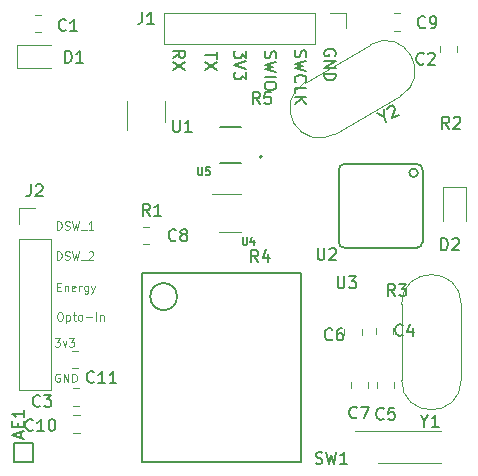
<source format=gto>
G04 #@! TF.GenerationSoftware,KiCad,Pcbnew,5.1.7-a382d34a8~88~ubuntu18.04.1*
G04 #@! TF.CreationDate,2021-12-09T23:06:50+05:30*
G04 #@! TF.ProjectId,FrontEnd_switch_Normal_v2,46726f6e-7445-46e6-945f-737769746368,rev?*
G04 #@! TF.SameCoordinates,Original*
G04 #@! TF.FileFunction,Legend,Top*
G04 #@! TF.FilePolarity,Positive*
%FSLAX46Y46*%
G04 Gerber Fmt 4.6, Leading zero omitted, Abs format (unit mm)*
G04 Created by KiCad (PCBNEW 5.1.7-a382d34a8~88~ubuntu18.04.1) date 2021-12-09 23:06:50*
%MOMM*%
%LPD*%
G01*
G04 APERTURE LIST*
%ADD10C,0.100000*%
%ADD11C,0.150000*%
%ADD12C,0.127000*%
%ADD13C,0.200000*%
%ADD14C,0.120000*%
G04 APERTURE END LIST*
D10*
X99903066Y-108074666D02*
X100336400Y-108074666D01*
X100103066Y-108341333D01*
X100203066Y-108341333D01*
X100269733Y-108374666D01*
X100303066Y-108408000D01*
X100336400Y-108474666D01*
X100336400Y-108641333D01*
X100303066Y-108708000D01*
X100269733Y-108741333D01*
X100203066Y-108774666D01*
X100003066Y-108774666D01*
X99936400Y-108741333D01*
X99903066Y-108708000D01*
X100569733Y-108308000D02*
X100736400Y-108774666D01*
X100903066Y-108308000D01*
X101103066Y-108074666D02*
X101536400Y-108074666D01*
X101303066Y-108341333D01*
X101403066Y-108341333D01*
X101469733Y-108374666D01*
X101503066Y-108408000D01*
X101536400Y-108474666D01*
X101536400Y-108641333D01*
X101503066Y-108708000D01*
X101469733Y-108741333D01*
X101403066Y-108774666D01*
X101203066Y-108774666D01*
X101136400Y-108741333D01*
X101103066Y-108708000D01*
X100101113Y-98853426D02*
X100101113Y-98153426D01*
X100267780Y-98153426D01*
X100367780Y-98186760D01*
X100434446Y-98253426D01*
X100467780Y-98320093D01*
X100501113Y-98453426D01*
X100501113Y-98553426D01*
X100467780Y-98686760D01*
X100434446Y-98753426D01*
X100367780Y-98820093D01*
X100267780Y-98853426D01*
X100101113Y-98853426D01*
X100767780Y-98820093D02*
X100867780Y-98853426D01*
X101034446Y-98853426D01*
X101101113Y-98820093D01*
X101134446Y-98786760D01*
X101167780Y-98720093D01*
X101167780Y-98653426D01*
X101134446Y-98586760D01*
X101101113Y-98553426D01*
X101034446Y-98520093D01*
X100901113Y-98486760D01*
X100834446Y-98453426D01*
X100801113Y-98420093D01*
X100767780Y-98353426D01*
X100767780Y-98286760D01*
X100801113Y-98220093D01*
X100834446Y-98186760D01*
X100901113Y-98153426D01*
X101067780Y-98153426D01*
X101167780Y-98186760D01*
X101401113Y-98153426D02*
X101567780Y-98853426D01*
X101701113Y-98353426D01*
X101834446Y-98853426D01*
X102001113Y-98153426D01*
X102101113Y-98920093D02*
X102634446Y-98920093D01*
X103167780Y-98853426D02*
X102767780Y-98853426D01*
X102967780Y-98853426D02*
X102967780Y-98153426D01*
X102901113Y-98253426D01*
X102834446Y-98320093D01*
X102767780Y-98353426D01*
X100319906Y-111082340D02*
X100253240Y-111049006D01*
X100153240Y-111049006D01*
X100053240Y-111082340D01*
X99986573Y-111149006D01*
X99953240Y-111215673D01*
X99919906Y-111349006D01*
X99919906Y-111449006D01*
X99953240Y-111582340D01*
X99986573Y-111649006D01*
X100053240Y-111715673D01*
X100153240Y-111749006D01*
X100219906Y-111749006D01*
X100319906Y-111715673D01*
X100353240Y-111682340D01*
X100353240Y-111449006D01*
X100219906Y-111449006D01*
X100653240Y-111749006D02*
X100653240Y-111049006D01*
X101053240Y-111749006D01*
X101053240Y-111049006D01*
X101386573Y-111749006D02*
X101386573Y-111049006D01*
X101553240Y-111049006D01*
X101653240Y-111082340D01*
X101719906Y-111149006D01*
X101753240Y-111215673D01*
X101786573Y-111349006D01*
X101786573Y-111449006D01*
X101753240Y-111582340D01*
X101719906Y-111649006D01*
X101653240Y-111715673D01*
X101553240Y-111749006D01*
X101386573Y-111749006D01*
X100283713Y-105864866D02*
X100417046Y-105864866D01*
X100483713Y-105898200D01*
X100550380Y-105964866D01*
X100583713Y-106098200D01*
X100583713Y-106331533D01*
X100550380Y-106464866D01*
X100483713Y-106531533D01*
X100417046Y-106564866D01*
X100283713Y-106564866D01*
X100217046Y-106531533D01*
X100150380Y-106464866D01*
X100117046Y-106331533D01*
X100117046Y-106098200D01*
X100150380Y-105964866D01*
X100217046Y-105898200D01*
X100283713Y-105864866D01*
X100883713Y-106098200D02*
X100883713Y-106798200D01*
X100883713Y-106131533D02*
X100950380Y-106098200D01*
X101083713Y-106098200D01*
X101150380Y-106131533D01*
X101183713Y-106164866D01*
X101217046Y-106231533D01*
X101217046Y-106431533D01*
X101183713Y-106498200D01*
X101150380Y-106531533D01*
X101083713Y-106564866D01*
X100950380Y-106564866D01*
X100883713Y-106531533D01*
X101417046Y-106098200D02*
X101683713Y-106098200D01*
X101517046Y-105864866D02*
X101517046Y-106464866D01*
X101550380Y-106531533D01*
X101617046Y-106564866D01*
X101683713Y-106564866D01*
X102017046Y-106564866D02*
X101950380Y-106531533D01*
X101917046Y-106498200D01*
X101883713Y-106431533D01*
X101883713Y-106231533D01*
X101917046Y-106164866D01*
X101950380Y-106131533D01*
X102017046Y-106098200D01*
X102117046Y-106098200D01*
X102183713Y-106131533D01*
X102217046Y-106164866D01*
X102250380Y-106231533D01*
X102250380Y-106431533D01*
X102217046Y-106498200D01*
X102183713Y-106531533D01*
X102117046Y-106564866D01*
X102017046Y-106564866D01*
X102550380Y-106298200D02*
X103083713Y-106298200D01*
X103417046Y-106564866D02*
X103417046Y-105864866D01*
X103750380Y-106098200D02*
X103750380Y-106564866D01*
X103750380Y-106164866D02*
X103783713Y-106131533D01*
X103850380Y-106098200D01*
X103950380Y-106098200D01*
X104017046Y-106131533D01*
X104050380Y-106198200D01*
X104050380Y-106564866D01*
X100132393Y-103693760D02*
X100365726Y-103693760D01*
X100465726Y-104060426D02*
X100132393Y-104060426D01*
X100132393Y-103360426D01*
X100465726Y-103360426D01*
X100765726Y-103593760D02*
X100765726Y-104060426D01*
X100765726Y-103660426D02*
X100799060Y-103627093D01*
X100865726Y-103593760D01*
X100965726Y-103593760D01*
X101032393Y-103627093D01*
X101065726Y-103693760D01*
X101065726Y-104060426D01*
X101665726Y-104027093D02*
X101599060Y-104060426D01*
X101465726Y-104060426D01*
X101399060Y-104027093D01*
X101365726Y-103960426D01*
X101365726Y-103693760D01*
X101399060Y-103627093D01*
X101465726Y-103593760D01*
X101599060Y-103593760D01*
X101665726Y-103627093D01*
X101699060Y-103693760D01*
X101699060Y-103760426D01*
X101365726Y-103827093D01*
X101999060Y-104060426D02*
X101999060Y-103593760D01*
X101999060Y-103727093D02*
X102032393Y-103660426D01*
X102065726Y-103627093D01*
X102132393Y-103593760D01*
X102199060Y-103593760D01*
X102732393Y-103593760D02*
X102732393Y-104160426D01*
X102699060Y-104227093D01*
X102665726Y-104260426D01*
X102599060Y-104293760D01*
X102499060Y-104293760D01*
X102432393Y-104260426D01*
X102732393Y-104027093D02*
X102665726Y-104060426D01*
X102532393Y-104060426D01*
X102465726Y-104027093D01*
X102432393Y-103993760D01*
X102399060Y-103927093D01*
X102399060Y-103727093D01*
X102432393Y-103660426D01*
X102465726Y-103627093D01*
X102532393Y-103593760D01*
X102665726Y-103593760D01*
X102732393Y-103627093D01*
X102999060Y-103593760D02*
X103165726Y-104060426D01*
X103332393Y-103593760D02*
X103165726Y-104060426D01*
X103099060Y-104227093D01*
X103065726Y-104260426D01*
X102999060Y-104293760D01*
X100101113Y-101403586D02*
X100101113Y-100703586D01*
X100267780Y-100703586D01*
X100367780Y-100736920D01*
X100434446Y-100803586D01*
X100467780Y-100870253D01*
X100501113Y-101003586D01*
X100501113Y-101103586D01*
X100467780Y-101236920D01*
X100434446Y-101303586D01*
X100367780Y-101370253D01*
X100267780Y-101403586D01*
X100101113Y-101403586D01*
X100767780Y-101370253D02*
X100867780Y-101403586D01*
X101034446Y-101403586D01*
X101101113Y-101370253D01*
X101134446Y-101336920D01*
X101167780Y-101270253D01*
X101167780Y-101203586D01*
X101134446Y-101136920D01*
X101101113Y-101103586D01*
X101034446Y-101070253D01*
X100901113Y-101036920D01*
X100834446Y-101003586D01*
X100801113Y-100970253D01*
X100767780Y-100903586D01*
X100767780Y-100836920D01*
X100801113Y-100770253D01*
X100834446Y-100736920D01*
X100901113Y-100703586D01*
X101067780Y-100703586D01*
X101167780Y-100736920D01*
X101401113Y-100703586D02*
X101567780Y-101403586D01*
X101701113Y-100903586D01*
X101834446Y-101403586D01*
X102001113Y-100703586D01*
X102101113Y-101470253D02*
X102634446Y-101470253D01*
X102767780Y-100770253D02*
X102801113Y-100736920D01*
X102867780Y-100703586D01*
X103034446Y-100703586D01*
X103101113Y-100736920D01*
X103134446Y-100770253D01*
X103167780Y-100836920D01*
X103167780Y-100903586D01*
X103134446Y-101003586D01*
X102734446Y-101403586D01*
X103167780Y-101403586D01*
D11*
X109918239Y-84311193D02*
X110394429Y-83977860D01*
X109918239Y-83739764D02*
X110918239Y-83739764D01*
X110918239Y-84120717D01*
X110870620Y-84215955D01*
X110823000Y-84263574D01*
X110727762Y-84311193D01*
X110584905Y-84311193D01*
X110489667Y-84263574D01*
X110442048Y-84215955D01*
X110394429Y-84120717D01*
X110394429Y-83739764D01*
X110918239Y-84644526D02*
X109918239Y-85311193D01*
X110918239Y-85311193D02*
X109918239Y-84644526D01*
X113641119Y-83832795D02*
X113641119Y-84404223D01*
X112641119Y-84118509D02*
X113641119Y-84118509D01*
X113641119Y-84642319D02*
X112641119Y-85308985D01*
X113641119Y-85308985D02*
X112641119Y-84642319D01*
X116112539Y-83719824D02*
X116112539Y-84338872D01*
X115731586Y-84005539D01*
X115731586Y-84148396D01*
X115683967Y-84243634D01*
X115636348Y-84291253D01*
X115541110Y-84338872D01*
X115303015Y-84338872D01*
X115207777Y-84291253D01*
X115160158Y-84243634D01*
X115112539Y-84148396D01*
X115112539Y-83862681D01*
X115160158Y-83767443D01*
X115207777Y-83719824D01*
X116112539Y-84624586D02*
X115112539Y-84957920D01*
X116112539Y-85291253D01*
X116112539Y-85529348D02*
X116112539Y-86148396D01*
X115731586Y-85815062D01*
X115731586Y-85957920D01*
X115683967Y-86053158D01*
X115636348Y-86100777D01*
X115541110Y-86148396D01*
X115303015Y-86148396D01*
X115207777Y-86100777D01*
X115160158Y-86053158D01*
X115112539Y-85957920D01*
X115112539Y-85672205D01*
X115160158Y-85576967D01*
X115207777Y-85529348D01*
X120263018Y-83689155D02*
X120215399Y-83832012D01*
X120215399Y-84070107D01*
X120263018Y-84165345D01*
X120310637Y-84212964D01*
X120405875Y-84260583D01*
X120501113Y-84260583D01*
X120596351Y-84212964D01*
X120643970Y-84165345D01*
X120691589Y-84070107D01*
X120739208Y-83879631D01*
X120786827Y-83784393D01*
X120834446Y-83736774D01*
X120929684Y-83689155D01*
X121024922Y-83689155D01*
X121120160Y-83736774D01*
X121167780Y-83784393D01*
X121215399Y-83879631D01*
X121215399Y-84117726D01*
X121167780Y-84260583D01*
X121215399Y-84593917D02*
X120215399Y-84832012D01*
X120929684Y-85022488D01*
X120215399Y-85212964D01*
X121215399Y-85451060D01*
X120310637Y-86403440D02*
X120263018Y-86355821D01*
X120215399Y-86212964D01*
X120215399Y-86117726D01*
X120263018Y-85974869D01*
X120358256Y-85879631D01*
X120453494Y-85832012D01*
X120643970Y-85784393D01*
X120786827Y-85784393D01*
X120977303Y-85832012D01*
X121072541Y-85879631D01*
X121167780Y-85974869D01*
X121215399Y-86117726D01*
X121215399Y-86212964D01*
X121167780Y-86355821D01*
X121120160Y-86403440D01*
X120215399Y-87308202D02*
X120215399Y-86832012D01*
X121215399Y-86832012D01*
X120215399Y-87641536D02*
X121215399Y-87641536D01*
X120215399Y-88212964D02*
X120786827Y-87784393D01*
X121215399Y-88212964D02*
X120643970Y-87641536D01*
X117720478Y-83778292D02*
X117672859Y-83921149D01*
X117672859Y-84159244D01*
X117720478Y-84254482D01*
X117768097Y-84302101D01*
X117863335Y-84349720D01*
X117958573Y-84349720D01*
X118053811Y-84302101D01*
X118101430Y-84254482D01*
X118149049Y-84159244D01*
X118196668Y-83968768D01*
X118244287Y-83873530D01*
X118291906Y-83825911D01*
X118387144Y-83778292D01*
X118482382Y-83778292D01*
X118577620Y-83825911D01*
X118625240Y-83873530D01*
X118672859Y-83968768D01*
X118672859Y-84206863D01*
X118625240Y-84349720D01*
X118672859Y-84683054D02*
X117672859Y-84921149D01*
X118387144Y-85111625D01*
X117672859Y-85302101D01*
X118672859Y-85540197D01*
X117672859Y-85921149D02*
X118672859Y-85921149D01*
X118672859Y-86587816D02*
X118672859Y-86778292D01*
X118625240Y-86873530D01*
X118530001Y-86968768D01*
X118339525Y-87016387D01*
X118006192Y-87016387D01*
X117815716Y-86968768D01*
X117720478Y-86873530D01*
X117672859Y-86778292D01*
X117672859Y-86587816D01*
X117720478Y-86492578D01*
X117815716Y-86397340D01*
X118006192Y-86349720D01*
X118339525Y-86349720D01*
X118530001Y-86397340D01*
X118625240Y-86492578D01*
X118672859Y-86587816D01*
X123656980Y-84124895D02*
X123704599Y-84029657D01*
X123704599Y-83886800D01*
X123656980Y-83743942D01*
X123561741Y-83648704D01*
X123466503Y-83601085D01*
X123276027Y-83553466D01*
X123133170Y-83553466D01*
X122942694Y-83601085D01*
X122847456Y-83648704D01*
X122752218Y-83743942D01*
X122704599Y-83886800D01*
X122704599Y-83982038D01*
X122752218Y-84124895D01*
X122799837Y-84172514D01*
X123133170Y-84172514D01*
X123133170Y-83982038D01*
X122704599Y-84601085D02*
X123704599Y-84601085D01*
X122704599Y-85172514D01*
X123704599Y-85172514D01*
X122704599Y-85648704D02*
X123704599Y-85648704D01*
X123704599Y-85886800D01*
X123656980Y-86029657D01*
X123561741Y-86124895D01*
X123466503Y-86172514D01*
X123276027Y-86220133D01*
X123133170Y-86220133D01*
X122942694Y-86172514D01*
X122847456Y-86124895D01*
X122752218Y-86029657D01*
X122704599Y-85886800D01*
X122704599Y-85648704D01*
D12*
X113911000Y-90131400D02*
X115711000Y-90131400D01*
X113911000Y-93241400D02*
X115711000Y-93241400D01*
D13*
X117451000Y-92702400D02*
G75*
G03*
X117451000Y-92702400I-100000J0D01*
G01*
D14*
X132784000Y-95258100D02*
X132784000Y-98118100D01*
X134704000Y-95258100D02*
X132784000Y-95258100D01*
X134704000Y-98118100D02*
X134704000Y-95258100D01*
X96725000Y-85188900D02*
X99585000Y-85188900D01*
X96725000Y-83268900D02*
X96725000Y-85188900D01*
X99585000Y-83268900D02*
X96725000Y-83268900D01*
X101396748Y-110567000D02*
X101919252Y-110567000D01*
X101396748Y-109097000D02*
X101919252Y-109097000D01*
X101493748Y-116054000D02*
X102016252Y-116054000D01*
X101493748Y-114584000D02*
X102016252Y-114584000D01*
X128605748Y-82022600D02*
X129128252Y-82022600D01*
X128605748Y-80552600D02*
X129128252Y-80552600D01*
X107393748Y-100079500D02*
X107916252Y-100079500D01*
X107393748Y-98609500D02*
X107916252Y-98609500D01*
X126435000Y-112245252D02*
X126435000Y-111722748D01*
X124965000Y-112245252D02*
X124965000Y-111722748D01*
X124439000Y-107279748D02*
X124439000Y-107802252D01*
X125909000Y-107279748D02*
X125909000Y-107802252D01*
X128647000Y-112285252D02*
X128647000Y-111762748D01*
X127177000Y-112285252D02*
X127177000Y-111762748D01*
X127111000Y-107155748D02*
X127111000Y-107678252D01*
X128581000Y-107155748D02*
X128581000Y-107678252D01*
X101475748Y-113757000D02*
X101998252Y-113757000D01*
X101475748Y-112287000D02*
X101998252Y-112287000D01*
X132498000Y-83319948D02*
X132498000Y-83842452D01*
X133968000Y-83319948D02*
X133968000Y-83842452D01*
X98229748Y-82129300D02*
X98752252Y-82129300D01*
X98229748Y-80659300D02*
X98752252Y-80659300D01*
X124553000Y-80503700D02*
X124553000Y-81833700D01*
X123223000Y-80503700D02*
X124553000Y-80503700D01*
X121953000Y-80503700D02*
X121953000Y-83163700D01*
X121953000Y-83163700D02*
X109193000Y-83163700D01*
X121953000Y-80503700D02*
X109193000Y-80503700D01*
X109193000Y-80503700D02*
X109193000Y-83163700D01*
D11*
X130648210Y-94053700D02*
G75*
G03*
X130648210Y-94053700I-359210J0D01*
G01*
X131051000Y-99895700D02*
X131051000Y-93799700D01*
X124447000Y-100403700D02*
X130543000Y-100403700D01*
X123939000Y-93799700D02*
X123939000Y-99895700D01*
X130543000Y-93291700D02*
X124447000Y-93291700D01*
X123939000Y-99895700D02*
G75*
G03*
X124447000Y-100403700I508000J0D01*
G01*
X124447000Y-93291700D02*
G75*
G03*
X123939000Y-93799700I0J-508000D01*
G01*
X130543000Y-100403700D02*
G75*
G03*
X131051000Y-99895700I0J508000D01*
G01*
X131051000Y-93799700D02*
G75*
G03*
X130543000Y-93291700I-508000J0D01*
G01*
X96487100Y-118504000D02*
X96487100Y-116904000D01*
X98087100Y-118504000D02*
X96487100Y-118504000D01*
X98087100Y-116904000D02*
X98087100Y-118504000D01*
X96487100Y-116904000D02*
X98087100Y-116904000D01*
D14*
X125344000Y-115952000D02*
X132654000Y-115952000D01*
X127254000Y-118612000D02*
X132654000Y-118612000D01*
X109265000Y-89756800D02*
X109265000Y-87956800D01*
X106045000Y-87956800D02*
X106045000Y-90406800D01*
D11*
X120726000Y-118523000D02*
X107326000Y-118533000D01*
X120726000Y-102533000D02*
X120726000Y-118523000D01*
X107326000Y-102533000D02*
X120726000Y-102533000D01*
X107326000Y-118533000D02*
X107326000Y-102533000D01*
X110266175Y-104533000D02*
G75*
G03*
X110266175Y-104533000I-1140175J0D01*
G01*
D14*
X115655000Y-95821900D02*
X113205000Y-95821900D01*
X113855000Y-99041900D02*
X115655000Y-99041900D01*
X129271000Y-105191000D02*
X129271000Y-111591000D01*
X134321000Y-105191000D02*
X134321000Y-111591000D01*
X129271000Y-105191000D02*
G75*
G02*
X134321000Y-105191000I2525000J0D01*
G01*
X129271000Y-111591000D02*
G75*
G03*
X134321000Y-111591000I2525000J0D01*
G01*
X121076321Y-86407486D02*
X126618883Y-83207486D01*
X123601321Y-90780914D02*
X129143883Y-87580914D01*
X129143883Y-87580914D02*
G75*
G03*
X126618883Y-83207486I-1262500J2186714D01*
G01*
X123601321Y-90780914D02*
G75*
G02*
X121076321Y-86407486I-1262500J2186714D01*
G01*
X96890000Y-97050000D02*
X98220000Y-97050000D01*
X96890000Y-98380000D02*
X96890000Y-97050000D01*
X96890000Y-99650000D02*
X99550000Y-99650000D01*
X99550000Y-99650000D02*
X99550000Y-112410000D01*
X96890000Y-99650000D02*
X96890000Y-112410000D01*
X96890000Y-112410000D02*
X99550000Y-112410000D01*
D11*
X112050080Y-93596523D02*
X112050080Y-94114619D01*
X112080557Y-94175571D01*
X112111033Y-94206047D01*
X112171985Y-94236523D01*
X112293890Y-94236523D01*
X112354842Y-94206047D01*
X112385319Y-94175571D01*
X112415795Y-94114619D01*
X112415795Y-93596523D01*
X113025319Y-93596523D02*
X112720557Y-93596523D01*
X112690080Y-93901285D01*
X112720557Y-93870809D01*
X112781509Y-93840333D01*
X112933890Y-93840333D01*
X112994842Y-93870809D01*
X113025319Y-93901285D01*
X113055795Y-93962238D01*
X113055795Y-94114619D01*
X113025319Y-94175571D01*
X112994842Y-94206047D01*
X112933890Y-94236523D01*
X112781509Y-94236523D01*
X112720557Y-94206047D01*
X112690080Y-94175571D01*
X132627444Y-100593080D02*
X132627444Y-99593080D01*
X132865540Y-99593080D01*
X133008397Y-99640700D01*
X133103635Y-99735938D01*
X133151254Y-99831176D01*
X133198873Y-100021652D01*
X133198873Y-100164509D01*
X133151254Y-100354985D01*
X133103635Y-100450223D01*
X133008397Y-100545461D01*
X132865540Y-100593080D01*
X132627444Y-100593080D01*
X133579825Y-99688319D02*
X133627444Y-99640700D01*
X133722682Y-99593080D01*
X133960778Y-99593080D01*
X134056016Y-99640700D01*
X134103635Y-99688319D01*
X134151254Y-99783557D01*
X134151254Y-99878795D01*
X134103635Y-100021652D01*
X133532206Y-100593080D01*
X134151254Y-100593080D01*
X100772984Y-84721920D02*
X100772984Y-83721920D01*
X101011080Y-83721920D01*
X101153937Y-83769540D01*
X101249175Y-83864778D01*
X101296794Y-83960016D01*
X101344413Y-84150492D01*
X101344413Y-84293349D01*
X101296794Y-84483825D01*
X101249175Y-84579063D01*
X101153937Y-84674301D01*
X101011080Y-84721920D01*
X100772984Y-84721920D01*
X102296794Y-84721920D02*
X101725365Y-84721920D01*
X102011080Y-84721920D02*
X102011080Y-83721920D01*
X101915841Y-83864778D01*
X101820603Y-83960016D01*
X101725365Y-84007635D01*
X117278853Y-88224620D02*
X116945520Y-87748430D01*
X116707424Y-88224620D02*
X116707424Y-87224620D01*
X117088377Y-87224620D01*
X117183615Y-87272240D01*
X117231234Y-87319859D01*
X117278853Y-87415097D01*
X117278853Y-87557954D01*
X117231234Y-87653192D01*
X117183615Y-87700811D01*
X117088377Y-87748430D01*
X116707424Y-87748430D01*
X118183615Y-87224620D02*
X117707424Y-87224620D01*
X117659805Y-87700811D01*
X117707424Y-87653192D01*
X117802662Y-87605573D01*
X118040758Y-87605573D01*
X118135996Y-87653192D01*
X118183615Y-87700811D01*
X118231234Y-87796049D01*
X118231234Y-88034144D01*
X118183615Y-88129382D01*
X118135996Y-88177001D01*
X118040758Y-88224620D01*
X117802662Y-88224620D01*
X117707424Y-88177001D01*
X117659805Y-88129382D01*
X117137973Y-101590420D02*
X116804640Y-101114230D01*
X116566544Y-101590420D02*
X116566544Y-100590420D01*
X116947497Y-100590420D01*
X117042735Y-100638040D01*
X117090354Y-100685659D01*
X117137973Y-100780897D01*
X117137973Y-100923754D01*
X117090354Y-101018992D01*
X117042735Y-101066611D01*
X116947497Y-101114230D01*
X116566544Y-101114230D01*
X117995116Y-100923754D02*
X117995116Y-101590420D01*
X117757020Y-100542801D02*
X117518925Y-101257087D01*
X118137973Y-101257087D01*
X128718053Y-104484580D02*
X128384720Y-104008390D01*
X128146624Y-104484580D02*
X128146624Y-103484580D01*
X128527577Y-103484580D01*
X128622815Y-103532200D01*
X128670434Y-103579819D01*
X128718053Y-103675057D01*
X128718053Y-103817914D01*
X128670434Y-103913152D01*
X128622815Y-103960771D01*
X128527577Y-104008390D01*
X128146624Y-104008390D01*
X129051386Y-103484580D02*
X129670434Y-103484580D01*
X129337100Y-103865533D01*
X129479958Y-103865533D01*
X129575196Y-103913152D01*
X129622815Y-103960771D01*
X129670434Y-104056009D01*
X129670434Y-104294104D01*
X129622815Y-104389342D01*
X129575196Y-104436961D01*
X129479958Y-104484580D01*
X129194243Y-104484580D01*
X129099005Y-104436961D01*
X129051386Y-104389342D01*
X133297413Y-90300420D02*
X132964080Y-89824230D01*
X132725984Y-90300420D02*
X132725984Y-89300420D01*
X133106937Y-89300420D01*
X133202175Y-89348040D01*
X133249794Y-89395659D01*
X133297413Y-89490897D01*
X133297413Y-89633754D01*
X133249794Y-89728992D01*
X133202175Y-89776611D01*
X133106937Y-89824230D01*
X132725984Y-89824230D01*
X133678365Y-89395659D02*
X133725984Y-89348040D01*
X133821222Y-89300420D01*
X134059318Y-89300420D01*
X134154556Y-89348040D01*
X134202175Y-89395659D01*
X134249794Y-89490897D01*
X134249794Y-89586135D01*
X134202175Y-89728992D01*
X133630746Y-90300420D01*
X134249794Y-90300420D01*
X107956333Y-97687680D02*
X107623000Y-97211490D01*
X107384904Y-97687680D02*
X107384904Y-96687680D01*
X107765857Y-96687680D01*
X107861095Y-96735300D01*
X107908714Y-96782919D01*
X107956333Y-96878157D01*
X107956333Y-97021014D01*
X107908714Y-97116252D01*
X107861095Y-97163871D01*
X107765857Y-97211490D01*
X107384904Y-97211490D01*
X108908714Y-97687680D02*
X108337285Y-97687680D01*
X108623000Y-97687680D02*
X108623000Y-96687680D01*
X108527761Y-96830538D01*
X108432523Y-96925776D01*
X108337285Y-96973395D01*
X103225362Y-111751382D02*
X103177743Y-111799001D01*
X103034886Y-111846620D01*
X102939648Y-111846620D01*
X102796791Y-111799001D01*
X102701553Y-111703763D01*
X102653934Y-111608525D01*
X102606315Y-111418049D01*
X102606315Y-111275192D01*
X102653934Y-111084716D01*
X102701553Y-110989478D01*
X102796791Y-110894240D01*
X102939648Y-110846620D01*
X103034886Y-110846620D01*
X103177743Y-110894240D01*
X103225362Y-110941859D01*
X104177743Y-111846620D02*
X103606315Y-111846620D01*
X103892029Y-111846620D02*
X103892029Y-110846620D01*
X103796791Y-110989478D01*
X103701553Y-111084716D01*
X103606315Y-111132335D01*
X105130124Y-111846620D02*
X104558696Y-111846620D01*
X104844410Y-111846620D02*
X104844410Y-110846620D01*
X104749172Y-110989478D01*
X104653934Y-111084716D01*
X104558696Y-111132335D01*
X98051442Y-115820922D02*
X98003823Y-115868541D01*
X97860966Y-115916160D01*
X97765728Y-115916160D01*
X97622871Y-115868541D01*
X97527633Y-115773303D01*
X97480014Y-115678065D01*
X97432395Y-115487589D01*
X97432395Y-115344732D01*
X97480014Y-115154256D01*
X97527633Y-115059018D01*
X97622871Y-114963780D01*
X97765728Y-114916160D01*
X97860966Y-114916160D01*
X98003823Y-114963780D01*
X98051442Y-115011399D01*
X99003823Y-115916160D02*
X98432395Y-115916160D01*
X98718109Y-115916160D02*
X98718109Y-114916160D01*
X98622871Y-115059018D01*
X98527633Y-115154256D01*
X98432395Y-115201875D01*
X99622871Y-114916160D02*
X99718109Y-114916160D01*
X99813347Y-114963780D01*
X99860966Y-115011399D01*
X99908585Y-115106637D01*
X99956204Y-115297113D01*
X99956204Y-115535208D01*
X99908585Y-115725684D01*
X99860966Y-115820922D01*
X99813347Y-115868541D01*
X99718109Y-115916160D01*
X99622871Y-115916160D01*
X99527633Y-115868541D01*
X99480014Y-115820922D01*
X99432395Y-115725684D01*
X99384776Y-115535208D01*
X99384776Y-115297113D01*
X99432395Y-115106637D01*
X99480014Y-115011399D01*
X99527633Y-114963780D01*
X99622871Y-114916160D01*
X131265933Y-81703202D02*
X131218314Y-81750821D01*
X131075457Y-81798440D01*
X130980219Y-81798440D01*
X130837361Y-81750821D01*
X130742123Y-81655583D01*
X130694504Y-81560345D01*
X130646885Y-81369869D01*
X130646885Y-81227012D01*
X130694504Y-81036536D01*
X130742123Y-80941298D01*
X130837361Y-80846060D01*
X130980219Y-80798440D01*
X131075457Y-80798440D01*
X131218314Y-80846060D01*
X131265933Y-80893679D01*
X131742123Y-81798440D02*
X131932600Y-81798440D01*
X132027838Y-81750821D01*
X132075457Y-81703202D01*
X132170695Y-81560345D01*
X132218314Y-81369869D01*
X132218314Y-80988917D01*
X132170695Y-80893679D01*
X132123076Y-80846060D01*
X132027838Y-80798440D01*
X131837361Y-80798440D01*
X131742123Y-80846060D01*
X131694504Y-80893679D01*
X131646885Y-80988917D01*
X131646885Y-81227012D01*
X131694504Y-81322250D01*
X131742123Y-81369869D01*
X131837361Y-81417488D01*
X132027838Y-81417488D01*
X132123076Y-81369869D01*
X132170695Y-81322250D01*
X132218314Y-81227012D01*
X110173113Y-99742282D02*
X110125494Y-99789901D01*
X109982637Y-99837520D01*
X109887399Y-99837520D01*
X109744541Y-99789901D01*
X109649303Y-99694663D01*
X109601684Y-99599425D01*
X109554065Y-99408949D01*
X109554065Y-99266092D01*
X109601684Y-99075616D01*
X109649303Y-98980378D01*
X109744541Y-98885140D01*
X109887399Y-98837520D01*
X109982637Y-98837520D01*
X110125494Y-98885140D01*
X110173113Y-98932759D01*
X110744541Y-99266092D02*
X110649303Y-99218473D01*
X110601684Y-99170854D01*
X110554065Y-99075616D01*
X110554065Y-99027997D01*
X110601684Y-98932759D01*
X110649303Y-98885140D01*
X110744541Y-98837520D01*
X110935018Y-98837520D01*
X111030256Y-98885140D01*
X111077875Y-98932759D01*
X111125494Y-99027997D01*
X111125494Y-99075616D01*
X111077875Y-99170854D01*
X111030256Y-99218473D01*
X110935018Y-99266092D01*
X110744541Y-99266092D01*
X110649303Y-99313711D01*
X110601684Y-99361330D01*
X110554065Y-99456568D01*
X110554065Y-99647044D01*
X110601684Y-99742282D01*
X110649303Y-99789901D01*
X110744541Y-99837520D01*
X110935018Y-99837520D01*
X111030256Y-99789901D01*
X111077875Y-99742282D01*
X111125494Y-99647044D01*
X111125494Y-99456568D01*
X111077875Y-99361330D01*
X111030256Y-99313711D01*
X110935018Y-99266092D01*
X125482053Y-114753662D02*
X125434434Y-114801281D01*
X125291577Y-114848900D01*
X125196339Y-114848900D01*
X125053481Y-114801281D01*
X124958243Y-114706043D01*
X124910624Y-114610805D01*
X124863005Y-114420329D01*
X124863005Y-114277472D01*
X124910624Y-114086996D01*
X124958243Y-113991758D01*
X125053481Y-113896520D01*
X125196339Y-113848900D01*
X125291577Y-113848900D01*
X125434434Y-113896520D01*
X125482053Y-113944139D01*
X125815386Y-113848900D02*
X126482053Y-113848900D01*
X126053481Y-114848900D01*
X123399513Y-108134362D02*
X123351894Y-108181981D01*
X123209037Y-108229600D01*
X123113799Y-108229600D01*
X122970941Y-108181981D01*
X122875703Y-108086743D01*
X122828084Y-107991505D01*
X122780465Y-107801029D01*
X122780465Y-107658172D01*
X122828084Y-107467696D01*
X122875703Y-107372458D01*
X122970941Y-107277220D01*
X123113799Y-107229600D01*
X123209037Y-107229600D01*
X123351894Y-107277220D01*
X123399513Y-107324839D01*
X124256656Y-107229600D02*
X124066180Y-107229600D01*
X123970941Y-107277220D01*
X123923322Y-107324839D01*
X123828084Y-107467696D01*
X123780465Y-107658172D01*
X123780465Y-108039124D01*
X123828084Y-108134362D01*
X123875703Y-108181981D01*
X123970941Y-108229600D01*
X124161418Y-108229600D01*
X124256656Y-108181981D01*
X124304275Y-108134362D01*
X124351894Y-108039124D01*
X124351894Y-107801029D01*
X124304275Y-107705791D01*
X124256656Y-107658172D01*
X124161418Y-107610553D01*
X123970941Y-107610553D01*
X123875703Y-107658172D01*
X123828084Y-107705791D01*
X123780465Y-107801029D01*
X127750273Y-114860342D02*
X127702654Y-114907961D01*
X127559797Y-114955580D01*
X127464559Y-114955580D01*
X127321701Y-114907961D01*
X127226463Y-114812723D01*
X127178844Y-114717485D01*
X127131225Y-114527009D01*
X127131225Y-114384152D01*
X127178844Y-114193676D01*
X127226463Y-114098438D01*
X127321701Y-114003200D01*
X127464559Y-113955580D01*
X127559797Y-113955580D01*
X127702654Y-114003200D01*
X127750273Y-114050819D01*
X128655035Y-113955580D02*
X128178844Y-113955580D01*
X128131225Y-114431771D01*
X128178844Y-114384152D01*
X128274082Y-114336533D01*
X128512178Y-114336533D01*
X128607416Y-114384152D01*
X128655035Y-114431771D01*
X128702654Y-114527009D01*
X128702654Y-114765104D01*
X128655035Y-114860342D01*
X128607416Y-114907961D01*
X128512178Y-114955580D01*
X128274082Y-114955580D01*
X128178844Y-114907961D01*
X128131225Y-114860342D01*
X129357973Y-107766342D02*
X129310354Y-107813961D01*
X129167497Y-107861580D01*
X129072259Y-107861580D01*
X128929401Y-107813961D01*
X128834163Y-107718723D01*
X128786544Y-107623485D01*
X128738925Y-107433009D01*
X128738925Y-107290152D01*
X128786544Y-107099676D01*
X128834163Y-107004438D01*
X128929401Y-106909200D01*
X129072259Y-106861580D01*
X129167497Y-106861580D01*
X129310354Y-106909200D01*
X129357973Y-106956819D01*
X130215116Y-107194914D02*
X130215116Y-107861580D01*
X129977020Y-106813961D02*
X129738925Y-107528247D01*
X130357973Y-107528247D01*
X98672353Y-113765562D02*
X98624734Y-113813181D01*
X98481877Y-113860800D01*
X98386639Y-113860800D01*
X98243781Y-113813181D01*
X98148543Y-113717943D01*
X98100924Y-113622705D01*
X98053305Y-113432229D01*
X98053305Y-113289372D01*
X98100924Y-113098896D01*
X98148543Y-113003658D01*
X98243781Y-112908420D01*
X98386639Y-112860800D01*
X98481877Y-112860800D01*
X98624734Y-112908420D01*
X98672353Y-112956039D01*
X99005686Y-112860800D02*
X99624734Y-112860800D01*
X99291400Y-113241753D01*
X99434258Y-113241753D01*
X99529496Y-113289372D01*
X99577115Y-113336991D01*
X99624734Y-113432229D01*
X99624734Y-113670324D01*
X99577115Y-113765562D01*
X99529496Y-113813181D01*
X99434258Y-113860800D01*
X99148543Y-113860800D01*
X99053305Y-113813181D01*
X99005686Y-113765562D01*
X131153713Y-84796862D02*
X131106094Y-84844481D01*
X130963237Y-84892100D01*
X130867999Y-84892100D01*
X130725141Y-84844481D01*
X130629903Y-84749243D01*
X130582284Y-84654005D01*
X130534665Y-84463529D01*
X130534665Y-84320672D01*
X130582284Y-84130196D01*
X130629903Y-84034958D01*
X130725141Y-83939720D01*
X130867999Y-83892100D01*
X130963237Y-83892100D01*
X131106094Y-83939720D01*
X131153713Y-83987339D01*
X131534665Y-83987339D02*
X131582284Y-83939720D01*
X131677522Y-83892100D01*
X131915618Y-83892100D01*
X132010856Y-83939720D01*
X132058475Y-83987339D01*
X132106094Y-84082577D01*
X132106094Y-84177815D01*
X132058475Y-84320672D01*
X131487046Y-84892100D01*
X132106094Y-84892100D01*
X100849093Y-81952102D02*
X100801474Y-81999721D01*
X100658617Y-82047340D01*
X100563379Y-82047340D01*
X100420521Y-81999721D01*
X100325283Y-81904483D01*
X100277664Y-81809245D01*
X100230045Y-81618769D01*
X100230045Y-81475912D01*
X100277664Y-81285436D01*
X100325283Y-81190198D01*
X100420521Y-81094960D01*
X100563379Y-81047340D01*
X100658617Y-81047340D01*
X100801474Y-81094960D01*
X100849093Y-81142579D01*
X101801474Y-82047340D02*
X101230045Y-82047340D01*
X101515760Y-82047340D02*
X101515760Y-81047340D01*
X101420521Y-81190198D01*
X101325283Y-81285436D01*
X101230045Y-81333055D01*
X107309306Y-80455500D02*
X107309306Y-81169786D01*
X107261687Y-81312643D01*
X107166449Y-81407881D01*
X107023592Y-81455500D01*
X106928354Y-81455500D01*
X108309306Y-81455500D02*
X107737878Y-81455500D01*
X108023592Y-81455500D02*
X108023592Y-80455500D01*
X107928354Y-80598358D01*
X107833116Y-80693596D01*
X107737878Y-80741215D01*
X122161115Y-100422500D02*
X122161115Y-101232024D01*
X122208734Y-101327262D01*
X122256353Y-101374881D01*
X122351591Y-101422500D01*
X122542067Y-101422500D01*
X122637305Y-101374881D01*
X122684924Y-101327262D01*
X122732543Y-101232024D01*
X122732543Y-100422500D01*
X123161115Y-100517739D02*
X123208734Y-100470120D01*
X123303972Y-100422500D01*
X123542067Y-100422500D01*
X123637305Y-100470120D01*
X123684924Y-100517739D01*
X123732543Y-100612977D01*
X123732543Y-100708215D01*
X123684924Y-100851072D01*
X123113496Y-101422500D01*
X123732543Y-101422500D01*
X97027026Y-116485206D02*
X97027026Y-116009016D01*
X97312740Y-116580444D02*
X96312740Y-116247111D01*
X97312740Y-115913778D01*
X96788931Y-115580444D02*
X96788931Y-115247111D01*
X97312740Y-115104254D02*
X97312740Y-115580444D01*
X96312740Y-115580444D01*
X96312740Y-115104254D01*
X97312740Y-114151873D02*
X97312740Y-114723301D01*
X97312740Y-114437587D02*
X96312740Y-114437587D01*
X96455598Y-114532825D01*
X96550836Y-114628063D01*
X96598455Y-114723301D01*
X122001426Y-118639261D02*
X122144283Y-118686880D01*
X122382379Y-118686880D01*
X122477617Y-118639261D01*
X122525236Y-118591642D01*
X122572855Y-118496404D01*
X122572855Y-118401166D01*
X122525236Y-118305928D01*
X122477617Y-118258309D01*
X122382379Y-118210690D01*
X122191902Y-118163071D01*
X122096664Y-118115452D01*
X122049045Y-118067833D01*
X122001426Y-117972595D01*
X122001426Y-117877357D01*
X122049045Y-117782119D01*
X122096664Y-117734500D01*
X122191902Y-117686880D01*
X122429998Y-117686880D01*
X122572855Y-117734500D01*
X122906188Y-117686880D02*
X123144283Y-118686880D01*
X123334760Y-117972595D01*
X123525236Y-118686880D01*
X123763331Y-117686880D01*
X124668093Y-118686880D02*
X124096664Y-118686880D01*
X124382379Y-118686880D02*
X124382379Y-117686880D01*
X124287140Y-117829738D01*
X124191902Y-117924976D01*
X124096664Y-117972595D01*
X109928395Y-89589340D02*
X109928395Y-90398864D01*
X109976014Y-90494102D01*
X110023633Y-90541721D01*
X110118871Y-90589340D01*
X110309347Y-90589340D01*
X110404585Y-90541721D01*
X110452204Y-90494102D01*
X110499823Y-90398864D01*
X110499823Y-89589340D01*
X111499823Y-90589340D02*
X110928395Y-90589340D01*
X111214109Y-90589340D02*
X111214109Y-89589340D01*
X111118871Y-89732198D01*
X111023633Y-89827436D01*
X110928395Y-89875055D01*
X123868155Y-102830200D02*
X123868155Y-103639724D01*
X123915774Y-103734962D01*
X123963393Y-103782581D01*
X124058631Y-103830200D01*
X124249107Y-103830200D01*
X124344345Y-103782581D01*
X124391964Y-103734962D01*
X124439583Y-103639724D01*
X124439583Y-102830200D01*
X124820536Y-102830200D02*
X125439583Y-102830200D01*
X125106250Y-103211153D01*
X125249107Y-103211153D01*
X125344345Y-103258772D01*
X125391964Y-103306391D01*
X125439583Y-103401629D01*
X125439583Y-103639724D01*
X125391964Y-103734962D01*
X125344345Y-103782581D01*
X125249107Y-103830200D01*
X124963393Y-103830200D01*
X124868155Y-103782581D01*
X124820536Y-103734962D01*
X115834560Y-99507123D02*
X115834560Y-100025219D01*
X115865037Y-100086171D01*
X115895513Y-100116647D01*
X115956465Y-100147123D01*
X116078370Y-100147123D01*
X116139322Y-100116647D01*
X116169799Y-100086171D01*
X116200275Y-100025219D01*
X116200275Y-99507123D01*
X116779322Y-99720457D02*
X116779322Y-100147123D01*
X116626941Y-99476647D02*
X116474560Y-99933790D01*
X116870751Y-99933790D01*
X131213129Y-115078810D02*
X131213129Y-115555000D01*
X130879796Y-114555000D02*
X131213129Y-115078810D01*
X131546462Y-114555000D01*
X132403605Y-115555000D02*
X131832177Y-115555000D01*
X132117891Y-115555000D02*
X132117891Y-114555000D01*
X132022653Y-114697858D01*
X131927415Y-114793096D01*
X131832177Y-114840715D01*
X127746682Y-89310515D02*
X127984777Y-89722908D01*
X127196102Y-89023549D02*
X127746682Y-89310515D01*
X127773452Y-88690216D01*
X128068507Y-88629838D02*
X128085937Y-88564789D01*
X128144606Y-88475930D01*
X128350802Y-88356883D01*
X128457090Y-88350503D01*
X128522139Y-88367933D01*
X128610998Y-88426602D01*
X128658617Y-88509080D01*
X128688806Y-88656608D01*
X128479649Y-89437194D01*
X129015760Y-89127670D01*
X97886666Y-95038380D02*
X97886666Y-95752666D01*
X97839047Y-95895523D01*
X97743809Y-95990761D01*
X97600952Y-96038380D01*
X97505714Y-96038380D01*
X98315238Y-95133619D02*
X98362857Y-95086000D01*
X98458095Y-95038380D01*
X98696190Y-95038380D01*
X98791428Y-95086000D01*
X98839047Y-95133619D01*
X98886666Y-95228857D01*
X98886666Y-95324095D01*
X98839047Y-95466952D01*
X98267619Y-96038380D01*
X98886666Y-96038380D01*
M02*

</source>
